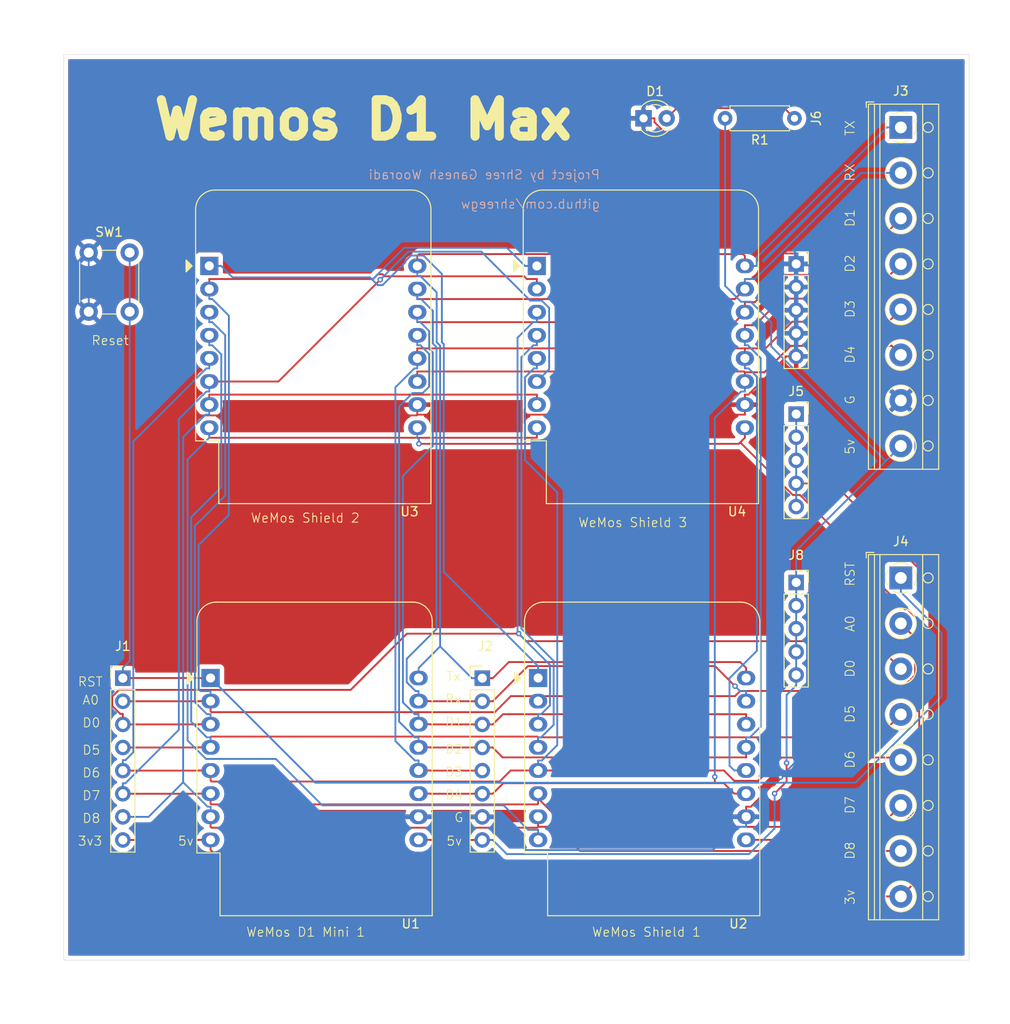
<source format=kicad_pcb>
(kicad_pcb (version 20240108) (generator "pcbnew") (generator_version "8.0")
  (layers (0 "F.Cu" signal) (31 "B.Cu" signal) (34 "B.Paste" user) (35 "F.Paste" user) (36 "B.SilkS" user "B.Silkscreen") (37 "F.SilkS" user "F.Silkscreen") (38 "B.Mask" user) (39 "F.Mask" user) (44 "Edge.Cuts" user))
  (net 0 "")
  (net 1 "Net-(D1-A)")
  (net 2 "GND")
  (net 3 "Net-(J1-Pin_2)")
  (net 4 "Net-(J1-Pin_6)")
  (net 5 "Net-(J1-Pin_3)")
  (net 6 "Net-(J1-Pin_5)")
  (net 7 "Net-(J1-Pin_4)")
  (net 8 "Net-(J1-Pin_1)")
  (net 9 "Net-(J1-Pin_8)")
  (net 10 "Net-(J1-Pin_7)")
  (net 11 "Net-(J2-Pin_5)")
  (net 12 "Net-(J2-Pin_1)")
  (net 13 "Net-(J2-Pin_6)")
  (net 14 "Net-(J2-Pin_4)")
  (net 15 "Net-(J2-Pin_3)")
  (net 16 "Net-(J2-Pin_2)")
  (net 17 "Net-(J2-Pin_8)")
  (net 18 "Net-(U2-5V)")
  (net 19 "Net-(U2-3V3)")
  (net 20 "Net-(U2-~{RST})")
  (footprint "Connector_PinSocket_2.54mm:PinSocket_1x05_P2.54mm_Vertical" (layer "F.Cu") (at 181.5 111)
    (property "Reference" "J8")
    (property "Value" "Conn_01x05_Pin - 5v")
  )
  (footprint "Module:WEMOS_D1_mini_light" (layer "F.Cu") (at 153 76.22)
    (property "Reference" "U4")
    (property "Value" "WeMos_D1_mini")
  )
  (footprint "Module:WEMOS_D1_mini_light" (layer "F.Cu") (at 117.14 121.5)
    (property "Reference" "U1")
    (property "Value" "WeMos_D1_mini")
  )
  (footprint "Resistor_THT:R_Axial_DIN0207_L6.3mm_D2.5mm_P7.62mm_Horizontal" (layer "F.Cu") (at 181.31 60 180)
    (property "Reference" "R1")
    (property "Value" "R")
  )
  (footprint "TerminalBlock_RND:TerminalBlock_RND_205-00018_1x08_P5.00mm_Horizontal" (layer "F.Cu") (at 193 110.5 -90)
    (property "Reference" "J4")
    (property "Value" "Conn_01x08_Pin - L")
  )
  (footprint "TerminalBlock_RND:TerminalBlock_RND_205-00018_1x08_P5.00mm_Horizontal" (layer "F.Cu") (at 193 61 -90)
    (property "Reference" "J3")
    (property "Value" "Conn_01x08_Pin - R")
  )
  (footprint "Module:WEMOS_D1_mini_light" (layer "F.Cu") (at 153.14 121.5)
    (property "Reference" "U2")
    (property "Value" "WeMos_D1_mini")
  )
  (footprint "Connector_PinHeader_2.54mm:PinHeader_1x08_P2.54mm_Vertical" (layer "F.Cu") (at 147 121.515)
    (property "Reference" "J2")
    (property "Value" "Conn_01x08_Pin - R")
  )
  (footprint "Module:WEMOS_D1_mini_light" (layer "F.Cu") (at 117 76.22)
    (property "Reference" "U3")
    (property "Value" "WeMos_D1_mini")
  )
  (footprint "Connector_PinHeader_2.54mm:PinHeader_1x08_P2.54mm_Vertical" (layer "F.Cu") (at 107.5 121.515)
    (property "Reference" "J1")
    (property "Value" "Conn_01x08_Pin - L")
  )
  (footprint "Button_Switch_THT:SW_PUSH_6mm_H5mm" (layer "F.Cu") (at 103.75 81.25 90)
    (property "Reference" "SW1")
    (property "Value" "SW_Push")
  )
  (footprint "Connector_PinSocket_2.54mm:PinSocket_1x05_P2.54mm_Vertical" (layer "F.Cu") (at 181.5 76)
    (property "Reference" "J6")
    (property "Value" "Conn_01x05_Pin - G")
  )
  (footprint "Connector_PinSocket_2.54mm:PinSocket_1x05_P2.54mm_Vertical" (layer "F.Cu") (at 181.5 92.5)
    (property "Reference" "J5")
    (property "Value" "Conn_01x05_Pin - 3.3v")
  )
  (footprint "LED_THT:LED_D3.0mm" (layer "F.Cu") (at 164.725 60)
    (property "Reference" "D1")
    (property "Value" "LED")
  )
  (gr_rect (start 101 53) (end 200.5 152.5) (stroke (width 0.05)) (fill none) (layer "Edge.Cuts"))
  (gr_text "Project by Shree Ganesh Wooradi		\n\ngithub.com/shreegw" (at 160 70 0) (layer "B.SilkS") (effects (font (size 1 1) (thickness 0.1)) (justify left bottom mirror)))
  (gr_text "Tx" (at 143 121.904037 0) (layer "F.SilkS") (effects (font (size 1 1) (thickness 0.1)) (justify left bottom)))
  (gr_text "D8" (at 188 141.5 90) (layer "F.SilkS") (effects (font (size 1 1) (thickness 0.1)) (justify left bottom)))
  (gr_text "TX" (at 188 62 90) (layer "F.SilkS") (effects (font (size 1 1) (thickness 0.1)) (justify left bottom)))
  (gr_text "D4" (at 142.86389 134.904037 0) (layer "F.SilkS") (effects (font (size 1 1) (thickness 0.1)) (justify left bottom)))
  (gr_text "D6" (at 188 131.5 90) (layer "F.SilkS") (effects (font (size 1 1) (thickness 0.1)) (justify left bottom)))
  (gr_text "D0" (at 103 127 0) (layer "F.SilkS") (effects (font (size 1 1) (thickness 0.1)) (justify left bottom)))
  (gr_text "WeMos D1 Mini 1" (at 121 150 0) (layer "F.SilkS") (effects (font (size 1 1) (thickness 0.1)) (justify left bottom)))
  (gr_text "RST" (at 102.5 122.5 0) (layer "F.SilkS") (effects (font (size 1 1) (thickness 0.1)) (justify left bottom)))
  (gr_text "D8" (at 103 137.5 0) (layer "F.SilkS") (effects (font (size 1 1) (thickness 0.1)) (justify left bottom)))
  (gr_text "WeMos Shield 2" (at 121.5 104.5 0) (layer "F.SilkS") (effects (font (size 1 1) (thickness 0.1)) (justify left bottom)))
  (gr_text "RST" (at 188 111.5 90) (layer "F.SilkS") (effects (font (size 1 1) (thickness 0.1)) (justify left bottom)))
  (gr_text "D5" (at 103 130 0) (layer "F.SilkS") (effects (font (size 1 1) (thickness 0.1)) (justify left bottom)))
  (gr_text "D1" (at 188 72 90) (layer "F.SilkS") (effects (font (size 1 1) (thickness 0.1)) (justify left bottom)))
  (gr_text "G" (at 143.86389 137.404037 0) (layer "F.SilkS") (effects (font (size 1 1) (thickness 0.1)) (justify left bottom)))
  (gr_text "D7" (at 103 135 0) (layer "F.SilkS") (effects (font (size 1 1) (thickness 0.1)) (justify left bottom)))
  (gr_text "Reset" (at 104 85 0) (layer "F.SilkS") (effects (font (size 1 1) (thickness 0.1)) (justify left bottom)))
  (gr_text "3v" (at 188 146.5 90) (layer "F.SilkS") (effects (font (size 1 1) (thickness 0.1)) (justify left bottom)))
  (gr_text "3v3" (at 102.5 140 0) (layer "F.SilkS") (effects (font (size 1 1) (thickness 0.1)) (justify left bottom)))
  (gr_text "WeMos Shield 3" (at 157.5 105 0) (layer "F.SilkS") (effects (font (size 1 1) (thickness 0.1)) (justify left bottom)))
  (gr_text "D1" (at 142.86389 126.904037 0) (layer "F.SilkS") (effects (font (size 1 1) (thickness 0.1)) (justify left bottom)))
  (gr_text "D0" (at 188 121.5 90) (layer "F.SilkS") (effects (font (size 1 1) (thickness 0.1)) (justify left bottom)))
  (gr_text "D2" (at 142.86389 129.904037 0) (layer "F.SilkS") (effects (font (size 1 1) (thickness 0.1)) (justify left bottom)))
  (gr_text "D2" (at 188 77 90) (layer "F.SilkS") (effects (font (size 1 1) (thickness 0.1)) (justify left bottom)))
  (gr_text "5v" (at 143 140 0) (layer "F.SilkS") (effects (font (size 1 1) (thickness 0.1)) (justify left bottom)))
  (gr_text "D4" (at 188 87 90) (layer "F.SilkS") (effects (font (size 1 1) (thickness 0.1)) (justify left bottom)))
  (gr_text "WeMos Shield 1" (at 159 150 0) (layer "F.SilkS") (effects (font (size 1 1) (thickness 0.1)) (justify left bottom)))
  (gr_text "Wemos D1 Max" (at 110.5 62.5 0) (layer "F.SilkS") (effects (font (size 4 4) (thickness 1)) (justify left bottom)))
  (gr_text "D7" (at 188 136.5 90) (layer "F.SilkS") (effects (font (size 1 1) (thickness 0.1)) (justify left bottom)))
  (gr_text "D5" (at 188 126.5 90) (layer "F.SilkS") (effects (font (size 1 1) (thickness 0.1)) (justify left bottom)))
  (gr_text "A0" (at 103 124.5 0) (layer "F.SilkS") (effects (font (size 1 1) (thickness 0.1)) (justify left bottom)))
  (gr_text "Rx" (at 142.86389 124.404037 0) (layer "F.SilkS") (effects (font (size 1 1) (thickness 0.1)) (justify left bottom)))
  (gr_text "G" (at 188 91.5 90) (layer "F.SilkS") (effects (font (size 1 1) (thickness 0.1)) (justify left bottom)))
  (gr_text "D3" (at 188 82 90) (layer "F.SilkS") (effects (font (size 1 1) (thickness 0.1)) (justify left bottom)))
  (gr_text "D3" (at 142.86389 132.404037 0) (layer "F.SilkS") (effects (font (size 1 1) (thickness 0.1)) (justify left bottom)))
  (gr_text "D6" (at 103 132.5 0) (layer "F.SilkS") (effects (font (size 1 1) (thickness 0.1)) (justify left bottom)))
  (gr_text "RX" (at 188 67 90) (layer "F.SilkS") (effects (font (size 1 1) (thickness 0.1)) (justify left bottom)))
  (gr_text "5v" (at 113.5 140 0) (layer "F.SilkS") (effects (font (size 1 1) (thickness 0.1)) (justify left bottom)))
  (gr_text "5v" (at 188 97 90) (layer "F.SilkS") (effects (font (size 1 1) (thickness 0.1)) (justify left bottom)))
  (gr_text "A0" (at 188 116.5 90) (layer "F.SilkS") (effects (font (size 1 1) (thickness 0.1)) (justify left bottom)))
  (segment (start 180.1932 58.8832) (end 181.31 60) (width 0.2) (layer "F.Cu") (net 1))
  (segment (start 167.265 60) (end 168.3818 58.8832) (width 0.2) (layer "F.Cu") (net 1))
  (segment (start 168.3818 58.8832) (end 180.1932 58.8832) (width 0.2) (layer "F.Cu") (net 1))
  (segment (start 139.7749 92.6451) (end 115.1451 92.6451) (width 0.2) (layer "F.Cu") (net 2))
  (segment (start 175.86 91.46) (end 175.86 90.3583) (width 0.2) (layer "F.Cu") (net 2))
  (segment (start 165.9267 60) (end 165.9267 60.4267) (width 0.2) (layer "F.Cu") (net 2))
  (segment (start 176 135.6383) (end 176.5153 135.6383) (width 0.2) (layer "F.Cu") (net 2))
  (segment (start 139.86 92.4608) (end 139.86 92.56) (width 0.2) (layer "F.Cu") (net 2))
  (segment (start 164.725 60) (end 165.9267 60) (width 0.2) (layer "F.Cu") (net 2))
  (segment (start 115.1451 92.6451) (end 103.75 81.25) (width 0.2) (layer "F.Cu") (net 2))
  (segment (start 180.3483 86.2516) (end 176.2416 90.3583) (width 0.2) (layer "F.Cu") (net 2))
  (segment (start 139.86 91.46) (end 139.86 92.4608) (width 0.2) (layer "F.Cu") (net 2))
  (segment (start 176 136.74) (end 176 135.6383) (width 0.2) (layer "F.Cu") (net 2))
  (segment (start 181.5 86.16) (end 180.3483 86.16) (width 0.2) (layer "F.Cu") (net 2))
  (segment (start 139.86 92.56) (end 139.7749 92.6451) (width 0.2) (layer "F.Cu") (net 2))
  (segment (start 147 136.755) (end 141.3167 136.755) (width 0.2) (layer "F.Cu") (net 2))
  (segment (start 180.3483 86.16) (end 180.3483 86.2516) (width 0.2) (layer "F.Cu") (net 2))
  (segment (start 140 136.74) (end 141.3017 136.74) (width 0.2) (layer "F.Cu") (net 2))
  (segment (start 141.3167 136.755) (end 141.3017 136.74) (width 0.2) (layer "F.Cu") (net 2))
  (segment (start 176.2416 90.3583) (end 175.86 90.3583) (width 0.2) (layer "F.Cu") (net 2))
  (segment (start 180.3483 74.8483) (end 181.5 74.8483) (width 0.2) (layer "F.Cu") (net 2))
  (segment (start 165.9267 60.4267) (end 180.3483 74.8483) (width 0.2) (layer "F.Cu") (net 2))
  (segment (start 181.5 76) (end 181.5 74.8483) (width 0.2) (layer "F.Cu") (net 2))
  (segment (start 175.86 91.46) (end 175.86 92.5617) (width 0.2) (layer "F.Cu") (net 2))
  (segment (start 176.5153 135.6383) (end 179.7652 132.3884) (width 0.2) (layer "F.Cu") (net 2))
  (segment (start 139.8617 92.5617) (end 175.86 92.5617) (width 0.2) (layer "F.Cu") (net 2))
  (segment (start 139.86 92.56) (end 139.8617 92.5617) (width 0.2) (layer "F.Cu") (net 2))
  (via (at 179.7652 132.3884) (size 0.6) (drill 0.3) (layers "F.Cu" "B.Cu") (net 2))
  (segment (start 181.5 86.16) (end 188.16 86.16) (width 0.2) (layer "B.Cu") (net 2))
  (segment (start 193 91) (end 194.6003 92.6003) (width 0.2) (layer "B.Cu") (net 2))
  (segment (start 174.8983 137.8417) (end 172.3343 140.4057) (width 0.2) (layer "B.Cu") (net 2))
  (segment (start 181.5 83.62) (end 181.5 81.08) (width 0.2) (layer "B.Cu") (net 2))
  (segment (start 147 136.755) (end 148.1517 136.755) (width 0.2) (layer "B.Cu") (net 2))
  (segment (start 176 137.8417) (end 174.8983 137.8417) (width 0.2) (layer "B.Cu") (net 2))
  (segment (start 181.5 78.54) (end 181.5 76) (width 0.2) (layer "B.Cu") (net 2))
  (segment (start 194.6003 100.3939) (end 182.6904 112.3038) (width 0.2) (layer "B.Cu") (net 2))
  (segment (start 176 136.74) (end 176 137.8417) (width 0.2) (layer "B.Cu") (net 2))
  (segment (start 188.16 86.16) (end 193 91) (width 0.2) (layer "B.Cu") (net 2))
  (segment (start 182.6904 112.3038) (end 182.6904 129.4632) (width 0.2) (layer "B.Cu") (net 2))
  (segment (start 172.3343 140.4057) (end 151.8024 140.4057) (width 0.2) (layer "B.Cu") (net 2))
  (segment (start 181.5 81.08) (end 181.5 78.54) (width 0.2) (layer "B.Cu") (net 2))
  (segment (start 182.6904 129.4632) (end 179.7652 132.3884) (width 0.2) (layer "B.Cu") (net 2))
  (segment (start 194.6003 92.6003) (end 194.6003 100.3939) (width 0.2) (layer "B.Cu") (net 2))
  (segment (start 181.5 86.16) (end 181.5 83.62) (width 0.2) (layer "B.Cu") (net 2))
  (segment (start 103.75 74.75) (end 103.75 81.25) (width 0.2) (layer "B.Cu") (net 2))
  (segment (start 151.8024 140.4057) (end 148.1517 136.755) (width 0.2) (layer "B.Cu") (net 2))
  (segment (start 153 77.6583) (end 151.8983 77.6583) (width 0.2) (layer "F.Cu") (net 3))
  (segment (start 136.0342 77.1309) (end 135.5355 77.1309) (width 0.2) (layer "F.Cu") (net 3))
  (segment (start 107.5 124.055) (end 115.8233 124.055) (width 0.2) (layer "F.Cu") (net 3))
  (segment (start 117.14 124.04) (end 117.14 125.1417) (width 0.2) (layer "F.Cu") (net 3))
  (segment (start 174.7722 123.4891) (end 153.14 123.4891) (width 0.2) (layer "F.Cu") (net 3))
  (segment (start 194.574 117.074) (end 194.574 121.1674) (width 0.2) (layer "F.Cu") (net 3))
  (segment (start 150.1423 123.4891) (end 153.14 123.4891) (width 0.2) (layer "F.Cu") (net 3))
  (segment (start 117.14 125.1417) (end 117.2512 125.2529) (width 0.2) (layer "F.Cu") (net 3))
  (segment (start 153.14 124.04) (end 153.14 123.4891) (width 0.2) (layer "F.Cu") (net 3))
  (segment (start 153 78.76) (end 153 77.6583) (width 0.2) (layer "F.Cu") (net 3))
  (segment (start 117.14 124.04) (end 115.8383 124.04) (width 0.2) (layer "F.Cu") (net 3))
  (segment (start 136.2644 77.3611) (end 136.0342 77.1309) (width 0.2) (layer "F.Cu") (net 3))
  (segment (start 117 78.76) (end 117 77.6583) (width 0.2) (layer "F.Cu") (net 3))
  (segment (start 117.2512 125.2529) (end 148.3785 125.2529) (width 0.2) (layer "F.Cu") (net 3))
  (segment (start 194.574 121.1674) (end 192.819 122.9224) (width 0.2) (layer "F.Cu") (net 3))
  (segment (start 151.8983 77.6583) (end 151.6011 77.3611) (width 0.2) (layer "F.Cu") (net 3))
  (segment (start 151.6011 77.3611) (end 136.2644 77.3611) (width 0.2) (layer "F.Cu") (net 3))
  (segment (start 135.5355 77.1309) (end 135.0081 77.6583) (width 0.2) (layer "F.Cu") (net 3))
  (segment (start 192.819 122.9224) (end 175.3389 122.9224) (width 0.2) (layer "F.Cu") (net 3))
  (segment (start 115.8233 124.055) (end 115.8383 124.04) (width 0.2) (layer "F.Cu") (net 3))
  (segment (start 135.0081 77.6583) (end 117 77.6583) (width 0.2) (layer "F.Cu") (net 3))
  (segment (start 193 115.5) (end 194.574 117.074) (width 0.2) (layer "F.Cu") (net 3))
  (segment (start 175.3389 122.9224) (end 174.7722 123.4891) (width 0.2) (layer "F.Cu") (net 3))
  (segment (start 148.3785 125.2529) (end 150.1423 123.4891) (width 0.2) (layer "F.Cu") (net 3))
  (segment (start 115.8383 106.8893) (end 119.151 103.5766) (width 0.2) (layer "B.Cu") (net 3))
  (segment (start 119.151 81.6844) (end 117.3283 79.8617) (width 0.2) (layer "B.Cu") (net 3))
  (segment (start 117.3283 79.8617) (end 117 79.8617) (width 0.2) (layer "B.Cu") (net 3))
  (segment (start 115.8383 122.7383) (end 115.8383 106.8893) (width 0.2) (layer "B.Cu") (net 3))
  (segment (start 119.151 103.5766) (end 119.151 81.6844) (width 0.2) (layer "B.Cu") (net 3))
  (segment (start 117 78.76) (end 117 79.8617) (width 0.2) (layer "B.Cu") (net 3))
  (segment (start 117.14 124.04) (end 117.14 122.9383) (width 0.2) (layer "B.Cu") (net 3))
  (segment (start 116.0383 122.9383) (end 115.8383 122.7383) (width 0.2) (layer "B.Cu") (net 3))
  (segment (start 117.14 122.9383) (end 116.0383 122.9383) (width 0.2) (layer "B.Cu") (net 3))
  (segment (start 117.14 134.2) (end 117.14 135.3017) (width 0.2) (layer "F.Cu") (net 4))
  (segment (start 153.14 134.7336) (end 156.2595 137.8531) (width 0.2) (layer "F.Cu") (net 4))
  (segment (start 117.14 134.2) (end 115.8383 134.2) (width 0.2) (layer "F.Cu") (net 4))
  (segment (start 153.0559 135.3858) (end 117.2241 135.3858) (width 0.2) (layer "F.Cu") (net 4))
  (segment (start 156.2595 137.8531) (end 190.6469 137.8531) (width 0.2) (layer "F.Cu") (net 4))
  (segment (start 107.5 134.215) (end 115.8233 134.215) (width 0.2) (layer "F.Cu") (net 4))
  (segment (start 153.14 134.2) (end 153.14 134.7336) (width 0.2) (layer "F.Cu") (net 4))
  (segment (start 190.6469 137.8531) (end 193 135.5) (width 0.2) (layer "F.Cu") (net 4))
  (segment (start 117 88.92) (end 124.5976 88.92) (width 0.2) (layer "F.Cu") (net 4))
  (segment (start 117.2241 135.3858) (end 117.14 135.3017) (width 0.2) (layer "F.Cu") (net 4))
  (segment (start 153.14 134.7336) (end 153.14 135.3017) (width 0.2) (layer "F.Cu") (net 4))
  (segment (start 153.14 135.3017) (end 153.0559 135.3858) (width 0.2) (layer "F.Cu") (net 4))
  (segment (start 115.8233 134.215) (end 115.8383 134.2) (width 0.2) (layer "F.Cu") (net 4))
  (segment (start 124.5976 88.92) (end 135.785 77.7326) (width 0.2) (layer "F.Cu") (net 4))
  (via (at 135.785 77.7326) (size 0.6) (drill 0.3) (layers "F.Cu" "B.Cu") (net 4))
  (segment (start 107.5 134.215) (end 107.5 133.0633) (width 0.2) (layer "B.Cu") (net 4))
  (segment (start 138.867 74.6506) (end 146.8906 74.6506) (width 0.2) (layer "B.Cu") (net 4))
  (segment (start 107.5 133.0633) (end 107.7879 133.0633) (width 0.2) (layer "B.Cu") (net 4))
  (segment (start 113.6523 93.0471) (end 116.6777 90.0217) (width 0.2) (layer "B.Cu") (net 4))
  (segment (start 153.5389 80.03) (end 154.3518 80.8429) (width 0.2) (layer "B.Cu") (net 4))
  (segment (start 113.6523 127.1989) (end 113.6523 93.0471) (width 0.2) (layer "B.Cu") (net 4))
  (segment (start 117 88.92) (end 117 90.0217) (width 0.2) (layer "B.Cu") (net 4))
  (segment (start 154.3518 80.8429) (end 154.3518 87.5682) (width 0.2) (layer "B.Cu") (net 4))
  (segment (start 146.8906 74.6506) (end 152.27 80.03) (width 0.2) (layer "B.Cu") (net 4))
  (segment (start 135.785 77.7326) (end 138.867 74.6506) (width 0.2) (layer "B.Cu") (net 4))
  (segment (start 107.7879 133.0633) (end 113.6523 127.1989) (width 0.2) (layer "B.Cu") (net 4))
  (segment (start 152.27 80.03) (end 153.5389 80.03) (width 0.2) (layer "B.Cu") (net 4))
  (segment (start 154.3518 87.5682) (end 153 88.92) (width 0.2) (layer "B.Cu") (net 4))
  (segment (start 116.6777 90.0217) (end 117 90.0217) (width 0.2) (layer "B.Cu") (net 4))
  (segment (start 107.5 125.4433) (end 107.2121 125.4433) (width 0.2) (layer "F.Cu") (net 5))
  (segment (start 106.3358 124.567) (end 106.3358 123.5352) (width 0.2) (layer "F.Cu") (net 5))
  (segment (start 107.5 126.595) (end 107.5 125.4433) (width 0.2) (layer "F.Cu") (net 5))
  (segment (start 138.7214 116.6244) (end 151.003 116.6244) (width 0.2) (layer "F.Cu") (net 5))
  (segment (start 189.9519 117.4519) (end 193 120.5) (width 0.2) (layer "F.Cu") (net 5))
  (segment (start 115.8233 126.595) (end 107.5 126.595) (width 0.2) (layer "F.Cu") (net 5))
  (segment (start 151.003 116.6244) (end 151.8305 117.4519) (width 0.2) (layer "F.Cu") (net 5))
  (segment (start 115.8383 126.58) (end 115.8233 126.595) (width 0.2) (layer "F.Cu") (net 5))
  (segment (start 117.14 126.58) (end 115.8383 126.58) (width 0.2) (layer "F.Cu") (net 5))
  (segment (start 107.2121 125.4433) (end 106.3358 124.567) (width 0.2) (layer "F.Cu") (net 5))
  (segment (start 107.0693 122.8017) (end 132.5441 122.8017) (width 0.2) (layer "F.Cu") (net 5))
  (segment (start 151.8305 117.4519) (end 189.9519 117.4519) (width 0.2) (layer "F.Cu") (net 5))
  (segment (start 106.3358 123.5352) (end 107.0693 122.8017) (width 0.2) (layer "F.Cu") (net 5))
  (segment (start 132.5441 122.8017) (end 138.7214 116.6244) (width 0.2) (layer "F.Cu") (net 5))
  (via (at 151.003 116.6244) (size 0.6) (drill 0.3) (layers "F.Cu" "B.Cu") (net 5))
  (segment (start 151.003 116.6244) (end 154.4417 120.0631) (width 0.2) (layer "B.Cu") (net 5))
  (segment (start 118.7493 101.4565) (end 118.7493 83.8227) (width 0.2) (layer "B.Cu") (net 5))
  (segment (start 115.4171 104.7887) (end 118.7493 101.4565) (width 0.2) (layer "B.Cu") (net 5))
  (segment (start 118.7493 83.8227) (end 117.3283 82.4017) (width 0.2) (layer "B.Cu") (net 5))
  (segment (start 154.4417 124.5049) (end 153.4683 125.4783) (width 0.2) (layer "B.Cu") (net 5))
  (segment (start 153.14 126.58) (end 153.14 125.4783) (width 0.2) (layer "B.Cu") (net 5))
  (segment (start 115.4171 124.1494) (end 115.4171 104.7887) (width 0.2) (layer "B.Cu") (net 5))
  (segment (start 117.14 125.4783) (end 116.746 125.4783) (width 0.2) (layer "B.Cu") (net 5))
  (segment (start 150.8755 84.1131) (end 150.8755 116.4969) (width 0.2) (layer "B.Cu") (net 5))
  (segment (start 116.746 125.4783) (end 115.4171 124.1494) (width 0.2) (layer "B.Cu") (net 5))
  (segment (start 117.14 126.58) (end 117.14 125.4783) (width 0.2) (layer "B.Cu") (net 5))
  (segment (start 154.4417 120.0631) (end 154.4417 124.5049) (width 0.2) (layer "B.Cu") (net 5))
  (segment (start 150.8755 116.4969) (end 151.003 116.6244) (width 0.2) (layer "B.Cu") (net 5))
  (segment (start 117.3283 82.4017) (end 117 82.4017) (width 0.2) (layer "B.Cu") (net 5))
  (segment (start 153.4683 125.4783) (end 153.14 125.4783) (width 0.2) (layer "B.Cu") (net 5))
  (segment (start 117 81.3) (end 117 82.4017) (width 0.2) (layer "B.Cu") (net 5))
  (segment (start 153 81.3) (end 153 82.4017) (width 0.2) (layer "B.Cu") (net 5))
  (segment (start 153 82.4017) (end 152.5869 82.4017) (width 0.2) (layer "B.Cu") (net 5))
  (segment (start 152.5869 82.4017) (end 150.8755 84.1131) (width 0.2) (layer "B.Cu") (net 5))
  (segment (start 148.9082 132.8727) (end 150.1208 131.6601) (width 0.2) (layer "F.Cu") (net 6))
  (segment (start 177.3196 132.7971) (end 174.6871 132.7971) (width 0.2) (layer "F.Cu") (net 6))
  (segment (start 117.14 131.66) (end 115.8383 131.66) (width 0.2) (layer "F.Cu") (net 6))
  (segment (start 153.14 131.66) (end 154.4417 131.66) (width 0.2) (layer "F.Cu") (net 6))
  (segment (start 174.6871 132.7971) (end 173.55 131.66) (width 0.2) (layer "F.Cu") (net 6))
  (segment (start 192.7364 130.2364) (end 179.8803 130.2364) (width 0.2) (layer "F.Cu") (net 6))
  (segment (start 117.14 132.7617) (end 117.251 132.8727) (width 0.2) (layer "F.Cu") (net 6))
  (segment (start 115.8233 131.675) (end 115.8383 131.66) (width 0.2) (layer "F.Cu") (net 6))
  (segment (start 117.14 131.66) (end 117.14 132.7617) (width 0.2) (layer "F.Cu") (net 6))
  (segment (start 153.14 131.66) (end 151.8383 131.66) (width 0.2) (layer "F.Cu") (net 6))
  (segment (start 173.55 131.66) (end 154.4417 131.66) (width 0.2) (layer "F.Cu") (net 6))
  (segment (start 107.5 131.675) (end 115.8233 131.675) (width 0.2) (layer "F.Cu") (net 6))
  (segment (start 151.8383 131.6601) (end 151.8383 131.66) (width 0.2) (layer "F.Cu") (net 6))
  (segment (start 150.1208 131.6601) (end 151.8383 131.6601) (width 0.2) (layer "F.Cu") (net 6))
  (segment (start 179.8803 130.2364) (end 177.3196 132.7971) (width 0.2) (layer "F.Cu") (net 6))
  (segment (start 117.251 132.8727) (end 148.9082 132.8727) (width 0.2) (layer "F.Cu") (net 6))
  (segment (start 193 130.5) (end 192.7364 130.2364) (width 0.2) (layer "F.Cu") (net 6))
  (segment (start 116.6717 87.4817) (end 117 87.4817) (width 0.2) (layer "B.Cu") (net 6))
  (segment (start 152.6717 87.4817) (end 151.6983 88.4551) (width 0.2) (layer "B.Cu") (net 6))
  (segment (start 151.6983 97.5623) (end 155.2451 101.1091) (width 0.2) (layer "B.Cu") (net 6))
  (segment (start 155.2451 101.1091) (end 155.2451 128.8663) (width 0.2) (layer "B.Cu") (net 6))
  (segment (start 108.6517 95.5017) (end 116.6717 87.4817) (width 0.2) (layer "B.Cu") (net 6))
  (segment (start 155.2451 128.8663) (end 153.5531 130.5583) (width 0.2) (layer "B.Cu") (net 6))
  (segment (start 153.5531 130.5583) (end 153.14 130.5583) (width 0.2) (layer "B.Cu") (net 6))
  (segment (start 107.5 131.675) (end 107.5 130.5233) (width 0.2) (layer "B.Cu") (net 6))
  (segment (start 153 87.4817) (end 152.6717 87.4817) (width 0.2) (layer "B.Cu") (net 6))
  (segment (start 117 86.38) (end 117 87.4817) (width 0.2) (layer "B.Cu") (net 6))
  (segment (start 153.14 131.66) (end 153.14 130.5583) (width 0.2) (layer "B.Cu") (net 6))
  (segment (start 153 86.38) (end 153 87.4817) (width 0.2) (layer "B.Cu") (net 6))
  (segment (start 151.6983 88.4551) (end 151.6983 97.5623) (width 0.2) (layer "B.Cu") (net 6))
  (segment (start 108.6517 129.6596) (end 108.6517 95.5017) (width 0.2) (layer "B.Cu") (net 6))
  (segment (start 107.788 130.5233) (end 108.6517 129.6596) (width 0.2) (layer "B.Cu") (net 6))
  (segment (start 107.5 130.5233) (end 107.788 130.5233) (width 0.2) (layer "B.Cu") (net 6))
  (segment (start 153.0558 127.9341) (end 117.2242 127.9341) (width 0.2) (layer "F.Cu") (net 7))
  (segment (start 117.2242 127.9341) (end 117.14 128.0183) (width 0.2) (layer "F.Cu") (net 7))
  (segment (start 153.14 128.0183) (end 153.0558 127.9341) (width 0.2) (layer "F.Cu") (net 7))
  (segment (start 115.8233 129.135) (end 115.8383 129.12) (width 0.2) (layer "F.Cu") (net 7))
  (segment (start 190.4817 128.0183) (end 153.14 128.0183) (width 0.2) (layer "F.Cu") (net 7))
  (segment (start 117.14 129.12) (end 115.8383 129.12) (width 0.2) (layer "F.Cu") (net 7))
  (segment (start 193 125.5) (end 190.4817 128.0183) (width 0.2) (layer "F.Cu") (net 7))
  (segment (start 117.14 129.12) (end 117.14 128.0183) (width 0.2) (layer "F.Cu") (net 7))
  (segment (start 153.14 128.1016) (end 153.14 128.0183) (width 0.2) (layer "F.Cu") (net 7))
  (segment (start 107.5 129.135) (end 115.8233 129.135) (width 0.2) (layer "F.Cu") (net 7))
  (segment (start 153.14 129.12) (end 153.14 128.1016) (width 0.2) (layer "F.Cu") (net 7))
  (segment (start 117.3283 84.9417) (end 118.3181 85.9315) (width 0.2) (layer "B.Cu") (net 7))
  (segment (start 153.4683 128.0183) (end 153.14 128.0183) (width 0.2) (layer "B.Cu") (net 7))
  (segment (start 115.0154 126.3068) (end 116.7269 128.0183) (width 0.2) (layer "B.Cu") (net 7))
  (segment (start 152.6199 84.9417) (end 151.2966 86.265) (width 0.2) (layer "B.Cu") (net 7))
  (segment (start 115.0154 103.8316) (end 115.0154 126.3068) (width 0.2) (layer "B.Cu") (net 7))
  (segment (start 118.3181 100.5289) (end 115.0154 103.8316) (width 0.2) (layer "B.Cu") (net 7))
  (segment (start 154.8434 119.6139) (end 154.8434 126.6432) (width 0.2) (layer "B.Cu") (net 7))
  (segment (start 153.14 129.12) (end 153.14 128.0183) (width 0.2) (layer "B.Cu") (net 7))
  (segment (start 117 84.9417) (end 117.3283 84.9417) (width 0.2) (layer "B.Cu") (net 7))
  (segment (start 118.3181 85.9315) (end 118.3181 100.5289) (width 0.2) (layer "B.Cu") (net 7))
  (segment (start 154.8434 126.6432) (end 153.4683 128.0183) (width 0.2) (layer "B.Cu") (net 7))
  (segment (start 151.2966 116.0671) (end 154.8434 119.6139) (width 0.2) (layer "B.Cu") (net 7))
  (segment (start 151.2966 86.265) (end 151.2966 116.0671) (width 0.2) (layer "B.Cu") (net 7))
  (segment (start 153 83.84) (end 153 84.9417) (width 0.2) (layer "B.Cu") (net 7))
  (segment (start 116.7269 128.0183) (end 117.14 128.0183) (width 0.2) (layer "B.Cu") (net 7))
  (segment (start 117.14 129.12) (end 117.14 128.0183) (width 0.2) (layer "B.Cu") (net 7))
  (segment (start 117 83.84) (end 117 84.9417) (width 0.2) (layer "B.Cu") (net 7))
  (segment (start 153 84.9417) (end 152.6199 84.9417) (width 0.2) (layer "B.Cu") (net 7))
  (segment (start 108.6667 121.5) (end 108.6517 121.515) (width 0.2) (layer "F.Cu") (net 8))
  (segment (start 107.5 121.515) (end 108.6517 121.515) (width 0.2) (layer "F.Cu") (net 8))
  (segment (start 117.14 121.5) (end 108.6667 121.5) (width 0.2) (layer "F.Cu") (net 8))
  (segment (start 197.4688 123.5312) (end 197.4688 116.5205) (width 0.2) (layer "B.Cu") (net 8))
  (segment (start 108.25 81.25) (end 108.25 119.6133) (width 0.2) (layer "B.Cu") (net 8))
  (segment (start 108.25 119.6133) (end 107.5 120.3633) (width 0.2) (layer "B.Cu") (net 8))
  (segment (start 107.5 121.515) (end 107.5 120.3633) (width 0.2) (layer "B.Cu") (net 8))
  (segment (start 193 110.5) (end 193 112.0517) (width 0.2) (layer "B.Cu") (net 8))
  (segment (start 128.64 133) (end 188 133) (width 0.2) (layer "B.Cu") (net 8))
  (segment (start 188 133) (end 197.4688 123.5312) (width 0.2) (layer "B.Cu") (net 8))
  (segment (start 197.4688 116.5205) (end 193 112.0517) (width 0.2) (layer "B.Cu") (net 8))
  (segment (start 108.25 81.25) (end 108.25 74.75) (width 0.2) (layer "B.Cu") (net 8))
  (segment (start 117.14 121.5) (end 128.64 133) (width 0.2) (layer "B.Cu") (net 8))
  (segment (start 117.14 140.3817) (end 122.2583 145.5) (width 0.2) (layer "F.Cu") (net 9))
  (segment (start 115.8233 139.295) (end 115.8383 139.28) (width 0.2) (layer "F.Cu") (net 9))
  (segment (start 195.4286 109.9309) (end 185.6177 100.12) (width 0.2) (layer "F.Cu") (net 9))
  (segment (start 195.4286 143.0714) (end 195.4286 109.9309) (width 0.2) (layer "F.Cu") (net 9))
  (segment (start 193 145.5) (end 195.4286 143.0714) (width 0.2) (layer "F.Cu") (net 9))
  (segment (start 185.6177 100.12) (end 181.5 100.12) (width 0.2) (layer "F.Cu") (net 9))
  (segment (start 122.2583 145.5) (end 193 145.5) (width 0.2) (layer "F.Cu") (net 9))
  (segment (start 107.5 139.295) (end 115.8233 139.295) (width 0.2) (layer "F.Cu") (net 9))
  (segment (start 117.14 139.28) (end 115.8383 139.28) (width 0.2) (layer "F.Cu") (net 9))
  (segment (start 117.14 139.28) (end 117.14 140.3817) (width 0.2) (layer "F.Cu") (net 9))
  (segment (start 181.5 102.66) (end 181.5 100.12) (width 0.2) (layer "B.Cu") (net 9))
  (segment (start 181.5 100.12) (end 181.5 97.58) (width 0.2) (layer "B.Cu") (net 9))
  (segment (start 181.5 97.58) (end 181.5 95.04) (width 0.2) (layer "B.Cu") (net 9))
  (segment (start 181.5 95.04) (end 181.5 92.5) (width 0.2) (layer "B.Cu") (net 9))
  (segment (start 155.0849 137.8417) (end 157.7432 140.5) (width 0.2) (layer "F.Cu") (net 10))
  (segment (start 117.14 137.8417) (end 117.243 137.9447) (width 0.2) (layer "F.Cu") (net 10))
  (segment (start 157.7432 140.5) (end 193 140.5) (width 0.2) (layer "F.Cu") (net 10))
  (segment (start 153.14 136.74) (end 153.14 137.8417) (width 0.2) (layer "F.Cu") (net 10))
  (segment (start 153.037 137.9447) (end 153.14 137.8417) (width 0.2) (layer "F.Cu") (net 10))
  (segment (start 153 91.46) (end 153 90.3583) (width 0.2) (layer "F.Cu") (net 10))
  (segment (start 117 90.3583) (end 153 90.3583) (width 0.2) (layer "F.Cu") (net 10))
  (segment (start 153.14 137.8417) (end 155.0849 137.8417) (width 0.2) (layer "F.Cu") (net 10))
  (segment (start 117.14 136.74) (end 117.14 137.8417) (width 0.2) (layer "F.Cu") (net 10))
  (segment (start 117 91.46) (end 117 90.3583) (width 0.2) (layer "F.Cu") (net 10))
  (segment (start 117.243 137.9447) (end 153.037 137.9447) (width 0.2) (layer "F.Cu") (net 10))
  (segment (start 110.327 136.755) (end 114.1292 132.9528) (width 0.2) (layer "B.Cu") (net 10))
  (segment (start 114.1292 132.9528) (end 114.1292 95.0194) (width 0.2) (layer "B.Cu") (net 10))
  (segment (start 117.14 136.74) (end 117.14 135.6383) (width 0.2) (layer "B.Cu") (net 10))
  (segment (start 114.1292 95.0194) (end 116.5869 92.5617) (width 0.2) (layer "B.Cu") (net 10))
  (segment (start 116.5869 92.5617) (end 117 92.5617) (width 0.2) (layer "B.Cu") (net 10))
  (segment (start 114.1292 132.9528) (end 116.8147 135.6383) (width 0.2) (layer "B.Cu") (net 10))
  (segment (start 117 91.46) (end 117 92.5617) (width 0.2) (layer "B.Cu") (net 10))
  (segment (start 116.8147 135.6383) (end 117.14 135.6383) (width 0.2) (layer "B.Cu") (net 10))
  (segment (start 107.5 136.755) (end 110.327 136.755) (width 0.2) (layer "B.Cu") (net 10))
  (segment (start 175.86 86.38) (end 175.86 85.2783) (width 0.2) (layer "F.Cu") (net 11))
  (segment (start 139.86 86.38) (end 139.86 85.2783) (width 0.2) (layer "F.Cu") (net 11))
  (segment (start 141.3167 131.675) (end 147 131.675) (width 0.2) (layer "F.Cu") (net 11))
  (segment (start 139.86 85.2783) (end 175.86 85.2783) (width 0.2) (layer "F.Cu") (net 11))
  (segment (start 141.3017 131.66) (end 141.3167 131.675) (width 0.2) (layer "F.Cu") (net 11))
  (segment (start 191.65 82.35) (end 181.0637 82.35) (width 0.2) (layer "F.Cu") (net 11))
  (segment (start 178.1354 85.2783) (end 175.86 85.2783) (width 0.2) (layer "F.Cu") (net 11))
  (segment (start 140 131.66) (end 141.3017 131.66) (width 0.2) (layer "F.Cu") (net 11))
  (segment (start 193 81) (end 191.65 82.35) (width 0.2) (layer "F.Cu") (net 11))
  (segment (start 181.0637 82.35) (end 178.1354 85.2783) (width 0.2) (layer "F.Cu") (net 11))
  (segment (start 137.4551 89.5583) (end 139.5317 87.4817) (width 0.2) (layer "B.Cu") (net 11))
  (segment (start 139.86 86.38) (end 139.86 87.4817) (width 0.2) (layer "B.Cu") (net 11))
  (segment (start 176 131.66) (end 174.6983 131.66) (width 0.2) (layer "B.Cu") (net 11))
  (segment (start 175.86 87.4817) (end 176.2731 87.4817) (width 0.2) (layer "B.Cu") (net 11))
  (segment (start 174.1712 131.1329) (end 174.6983 131.66) (width 0.2) (layer "B.Cu") (net 11))
  (segment (start 174.1712 121.5192) (end 174.1712 131.1329) (width 0.2) (layer "B.Cu") (net 11))
  (segment (start 177.1807 118.5097) (end 174.1712 121.5192) (width 0.2) (layer "B.Cu") (net 11))
  (segment (start 139.5317 87.4817) (end 139.86 87.4817) (width 0.2) (layer "B.Cu") (net 11))
  (segment (start 177.1807 88.3893) (end 177.1807 118.5097) (width 0.2) (layer "B.Cu") (net 11))
  (segment (start 140 131.66) (end 140 130.5583) (width 0.2) (layer "B.Cu") (net 11))
  (segment (start 176.2731 87.4817) (end 177.1807 88.3893) (width 0.2) (layer "B.Cu") (net 11))
  (segment (start 175.86 86.38) (end 175.86 87.4817) (width 0.2) (layer "B.Cu") (net 11))
  (segment (start 137.4551 128.4265) (end 137.4551 89.5583) (width 0.2) (layer "B.Cu") (net 11))
  (segment (start 139.5869 130.5583) (end 137.4551 128.4265) (width 0.2) (layer "B.Cu") (net 11))
  (segment (start 140 130.5583) (end 139.5869 130.5583) (width 0.2) (layer "B.Cu") (net 11))
  (segment (start 175.66 74.9183) (end 140.06 74.9183) (width 0.2) (layer "F.Cu") (net 12))
  (segment (start 140.06 74.9183) (end 139.86 75.1183) (width 0.2) (layer "F.Cu") (net 12))
  (segment (start 175.86 75.1183) (end 175.66 74.9183) (width 0.2) (layer "F.Cu") (net 12))
  (segment (start 176 121.5) (end 176 120.3983) (width 0.2) (layer "F.Cu") (net 12))
  (segment (start 139.86 76.22) (end 139.86 75.1183) (width 0.2) (layer "F.Cu") (net 12))
  (segment (start 148.1517 121.515) (end 149.9188 119.7479) (width 0.2) (layer "F.Cu") (net 12))
  (segment (start 175.3496 119.7479) (end 176 120.3983) (width 0.2) (layer "F.Cu") (net 12))
  (segment (start 149.9188 119.7479) (end 175.3496 119.7479) (width 0.2) (layer "F.Cu") (net 12))
  (segment (start 147 121.515) (end 148.1517 121.515) (width 0.2) (layer "F.Cu") (net 12))
  (segment (start 175.86 76.22) (end 175.86 75.1183) (width 0.2) (layer "F.Cu") (net 12))
  (segment (start 140.1883 77.3217) (end 139.86 77.3217) (width 0.2) (layer "B.Cu") (net 12))
  (segment (start 139.86 76.22) (end 139.86 77.3217) (width 0.2) (layer "B.Cu") (net 12))
  (segment (start 140 120.3983) (end 142.3695 118.0288) (width 0.2) (layer "B.Cu") (net 12))
  (segment (start 141.9898 84.6012) (end 141.9898 79.1232) (width 0.2) (layer "B.Cu") (net 12))
  (segment (start 145.8483 121.515) (end 145.8483 121.5076) (width 0.2) (layer "B.Cu") (net 12))
  (segment (start 141.9898 79.1232) (end 140.1883 77.3217) (width 0.2) (layer "B.Cu") (net 12))
  (segment (start 175.86 76.22) (end 177.1617 76.22) (width 0.2) (layer "B.Cu") (net 12))
  (segment (start 193 61) (end 191.4483 61) (width 0.2) (layer "B.Cu") (net 12))
  (segment (start 145.8483 121.5076) (end 142.3695 118.0288) (width 0.2) (layer "B.Cu") (net 12))
  (segment (start 191.4483 61) (end 177.1617 75.2866) (width 0.2) (layer "B.Cu") (net 12))
  (segment (start 142.3695 84.9809) (end 141.9898 84.6012) (width 0.2) (layer "B.Cu") (net 12))
  (segment (start 142.3695 118.0288) (end 142.3695 84.9809) (width 0.2) (layer "B.Cu") (net 12))
  (segment (start 177.1617 75.2866) (end 177.1617 76.22) (width 0.2) (layer "B.Cu") (net 12))
  (segment (start 140 121.5) (end 140 120.3983) (width 0.2) (layer "B.Cu") (net 12))
  (segment (start 147 121.515) (end 145.8483 121.515) (width 0.2) (layer "B.Cu") (net 12))
  (segment (start 175.7758 87.8183) (end 175.86 87.9025) (width 0.2) (layer "F.Cu") (net 13))
  (segment (start 178.0056 87.9025) (end 180.9094 84.9987) (width 0.2) (layer "F.Cu") (net 13))
  (segment (start 147 134.215) (end 148.1517 134.215) (width 0.2) (layer "F.Cu") (net 13))
  (segment (start 176 134.2) (end 174.6983 134.2) (width 0.2) (layer "F.Cu") (net 13))
  (segment (start 139.86 87.8183) (end 175.7758 87.8183) (width 0.2) (layer "F.Cu") (net 13))
  (segment (start 149.3105 133.0562) (end 172.5533 133.0562) (width 0.2) (layer "F.Cu") (net 13))
  (segment (start 172.5533 132.3594) (end 172.5533 133.0562) (width 0.2) (layer "F.Cu") (net 13))
  (segment (start 191.9987 84.9987) (end 193 86) (width 0.2) (layer "F.Cu") (net 13))
  (segment (start 141.3017 134.2) (end 141.3167 134.215) (width 0.2) (layer "F.Cu") (net 13))
  (segment (start 139.86 88.92) (end 139.86 87.8183) (width 0.2) (layer "F.Cu") (net 13))
  (segment (start 180.9094 84.9987) (end 191.9987 84.9987) (width 0.2) (layer "F.Cu") (net 13))
  (segment (start 173.5545 133.0562) (end 174.6983 134.2) (width 0.2) (layer "F.Cu") (net 13))
  (segment (start 141.3167 134.215) (end 147 134.215) (width 0.2) (layer "F.Cu") (net 13))
  (segment (start 148.1517 134.215) (end 149.3105 133.0562) (width 0.2) (layer "F.Cu") (net 13))
  (segment (start 175.86 88.92) (end 175.86 87.9191) (width 0.2) (layer "F.Cu") (net 13))
  (segment (start 140 134.2) (end 141.3017 134.2) (width 0.2) (layer "F.Cu") (net 13))
  (segment (start 175.86 87.9025) (end 178.0056 87.9025) (width 0.2) (layer "F.Cu") (net 13))
  (segment (start 172.5533 133.0562) (end 173.5545 133.0562) (width 0.2) (layer "F.Cu") (net 13))
  (segment (start 175.86 87.9191) (end 175.86 87.9025) (width 0.2) (layer "F.Cu") (net 13))
  (via (at 172.5533 132.3594) (size 0.6) (drill 0.3) (layers "F.Cu" "B.Cu") (net 13))
  (segment (start 175.86 90.0217) (end 175.4469 90.0217) (width 0.2) (layer "B.Cu") (net 13))
  (segment (start 172.5533 92.9153) (end 172.5533 132.3594) (width 0.2) (layer "B.Cu") (net 13))
  (segment (start 175.4469 90.0217) (end 172.5533 92.9153) (width 0.2) (layer "B.Cu") (net 13))
  (segment (start 175.86 88.92) (end 175.86 90.0217) (width 0.2) (layer "B.Cu") (net 13))
  (segment (start 189.19 79.81) (end 179.89 79.81) (width 0.2) (layer "F.Cu") (net 14))
  (segment (start 141.3017 129.12) (end 141.3167 129.135) (width 0.2) (layer "F.Cu") (net 14))
  (segment (start 141.3167 129.135) (end 147 129.135) (width 0.2) (layer "F.Cu") (net 14))
  (segment (start 175.86 83.84) (end 175.86 82.7383) (width 0.2) (layer "F.Cu") (net 14))
  (segment (start 176 129.12) (end 176 130.2217) (width 0.2) (layer "F.Cu") (net 14))
  (segment (start 179.89 79.81) (end 176.9617 82.7383) (width 0.2) (layer "F.Cu") (net 14))
  (segment (start 149.2384 130.2217) (end 176 130.2217) (width 0.2) (layer "F.Cu") (net 14))
  (segment (start 176.9617 82.7383) (end 175.86 82.7383) (width 0.2) (layer "F.Cu") (net 14))
  (segment (start 140 129.12) (end 141.3017 129.12) (width 0.2) (layer "F.Cu") (net 14))
  (segment (start 193 76) (end 189.19 79.81) (width 0.2) (layer "F.Cu") (net 14))
  (segment (start 148.1517 129.135) (end 149.2384 130.2217) (width 0.2) (layer "F.Cu") (net 14))
  (segment (start 147 129.135) (end 148.1517 129.135) (width 0.2) (layer "F.Cu") (net 14))
  (segment (start 139.86 84.9417) (end 140.2138 84.9417) (width 0.2) (layer "B.Cu") (net 14))
  (segment (start 176 129.12) (end 176 128.0183) (width 0.2) (layer "B.Cu") (net 14))
  (segment (start 139.3421 90.19) (end 137.8624 91.6697) (width 0.2) (layer "B.Cu") (net 14))
  (segment (start 175.86 83.84) (end 175.86 84.9417) (width 0.2) (layer "B.Cu") (net 14))
  (segment (start 176 128.0183) (end 176.4131 128.0183) (width 0.2) (layer "B.Cu") (net 14))
  (segment (start 176.4131 128.0183) (end 177.5994 126.832) (width 0.2) (layer "B.Cu") (net 14))
  (segment (start 137.8624 126.2938) (end 139.5869 128.0183) (width 0.2) (layer "B.Cu") (net 14))
  (segment (start 141.1629 89.4804) (end 140.4533 90.19) (width 0.2) (layer "B.Cu") (net 14))
  (segment (start 139.86 83.84) (end 139.86 84.9417) (width 0.2) (layer "B.Cu") (net 14))
  (segment (start 137.8624 91.6697) (end 137.8624 126.2938) (width 0.2) (layer "B.Cu") (net 14))
  (segment (start 177.5994 126.832) (end 177.5994 86.3528) (width 0.2) (layer "B.Cu") (net 14))
  (segment (start 139.5869 128.0183) (end 140 128.0183) (width 0.2) (layer "B.Cu") (net 14))
  (segment (start 140.2138 84.9417) (end 141.1629 85.8908) (width 0.2) (layer "B.Cu") (net 14))
  (segment (start 176.1883 84.9417) (end 175.86 84.9417) (width 0.2) (layer "B.Cu") (net 14))
  (segment (start 141.1629 85.8908) (end 141.1629 89.4804) (width 0.2) (layer "B.Cu") (net 14))
  (segment (start 177.5994 86.3528) (end 176.1883 84.9417) (width 0.2) (layer "B.Cu") (net 14))
  (segment (start 140.4533 90.19) (end 139.3421 90.19) (width 0.2) (layer "B.Cu") (net 14))
  (segment (start 140 129.12) (end 140 128.0183) (width 0.2) (layer "B.Cu") (net 14))
  (segment (start 141.3017 126.58) (end 141.3167 126.595) (width 0.2) (layer "F.Cu") (net 15))
  (segment (start 186.79 77.21) (end 179.95 77.21) (width 0.2) (layer "F.Cu") (net 15))
  (segment (start 174.7583 82.4017) (end 175.86 81.3) (width 0.2) (layer "F.Cu") (net 15))
  (segment (start 175.86 81.3) (end 175.86 80.1983) (width 0.2) (layer "F.Cu") (net 15))
  (segment (start 141.3167 126.595) (end 147 126.595) (width 0.2) (layer "F.Cu") (net 15))
  (segment (start 176 126.58) (end 176 125.4783) (width 0.2) (layer "F.Cu") (net 15))
  (segment (start 140 126.58) (end 141.3017 126.58) (width 0.2) (layer "F.Cu") (net 15))
  (segment (start 147 126.595) (end 148.1517 126.595) (width 0.2) (layer "F.Cu") (net 15))
  (segment (start 148.1517 126.595) (end 149.2684 125.4783) (width 0.2) (layer "F.Cu") (net 15))
  (segment (start 179.95 77.21) (end 176.9617 80.1983) (width 0.2) (layer "F.Cu") (net 15))
  (segment (start 139.86 81.3) (end 139.86 82.4017) (width 0.2) (layer "F.Cu") (net 15))
  (segment (start 176.9617 80.1983) (end 175.86 80.1983) (width 0.2) (layer "F.Cu") (net 15))
  (segment (start 139.86 82.4017) (end 174.7583 82.4017) (width 0.2) (layer "F.Cu") (net 15))
  (segment (start 193 71) (end 186.79 77.21) (width 0.2) (layer "F.Cu") (net 15))
  (segment (start 149.2684 125.4783) (end 176 125.4783) (width 0.2) (layer "F.Cu") (net 15))
  (segment (start 140 126.58) (end 140 125.4783) (width 0.2) (layer "B.Cu") (net 15))
  (segment (start 141.5646 96.0079) (end 141.5646 85.7185) (width 0.2) (layer "B.Cu") (net 15))
  (segment (start 141.5646 85.7185) (end 141.1651 85.319) (width 0.2) (layer "B.Cu") (net 15))
  (segment (start 141.1651 83.3785) (end 140.1883 82.4017) (width 0.2) (layer "B.Cu") (net 15))
  (segment (start 138.2794 99.2931) (end 141.5646 96.0079) (width 0.2) (layer "B.Cu") (net 15))
  (segment (start 140 125.4783) (end 139.5869 125.4783) (width 0.2) (layer "B.Cu") (net 15))
  (segment (start 138.2794 124.1708) (end 138.2794 99.2931) (width 0.2) (layer "B.Cu") (net 15))
  (segment (start 141.1651 85.319) (end 141.1651 83.3785) (width 0.2) (layer "B.Cu") (net 15))
  (segment (start 139.5869 125.4783) (end 138.2794 124.1708) (width 0.2) (layer "B.Cu") (net 15))
  (segment (start 140.1883 82.4017) (end 139.86 82.4017) (width 0.2) (layer "B.Cu") (net 15))
  (segment (start 139.86 81.3) (end 139.86 82.4017) (width 0.2) (layer "B.Cu") (net 15))
  (segment (start 147 124.055) (end 148.1517 124.055) (width 0.2) (layer "F.Cu") (net 16))
  (segment (start 141.3017 124.04) (end 141.3167 124.055) (width 0.2) (layer "F.Cu") (net 16))
  (segment (start 148.1517 124.055) (end 152.0147 120.192) (width 0.2) (layer "F.Cu") (net 16))
  (segment (start 139.86 79.8617) (end 174.7583 79.8617) (width 0.2) (layer "F.Cu") (net 16))
  (segment (start 152.0147 120.192) (end 172.5793 120.192) (width 0.2) (layer "F.Cu") (net 16))
  (segment (start 139.86 78.76) (end 139.86 79.8617) (width 0.2) (layer "F.Cu") (net 16))
  (segment (start 140 124.04) (end 141.3017 124.04) (width 0.2) (layer "F.Cu") (net 16))
  (segment (start 141.3167 124.055) (end 147 124.055) (width 0.2) (layer "F.Cu") (net 16))
  (segment (start 174.7583 79.8617) (end 175.86 78.76) (width 0.2) (layer "F.Cu") (net 16))
  (segment (start 172.5793 120.192) (end 174.7795 122.3922) (width 0.2) (layer "F.Cu") (net 16))
  (via (at 174.7795 122.3922) (size 0.6) (drill 0.3) (layers "F.Cu" "B.Cu") (net 16))
  (segment (start 175.86 77.6583) (end 176.9617 77.6583) (width 0.2) (layer "B.Cu") (net 16))
  (segment (start 141.9678 116.12) (end 141.9678 85.1472) (width 0.2) (layer "B.Cu") (net 16))
  (segment (start 175.86 78.76) (end 175.86 77.6583) (width 0.2) (layer "B.Cu") (net 16))
  (segment (start 139.6738 122.9383) (end 138.6964 121.9609) (width 0.2) (layer "B.Cu") (net 16))
  (segment (start 141.5717 81.1603) (end 140.2731 79.8617) (width 0.2) (layer "B.Cu") (net 16))
  (segment (start 175.3256 122.9383) (end 174.7795 122.3922) (width 0.2) (layer "B.Cu") (net 16))
  (segment (start 138.6964 119.3914) (end 141.9678 116.12) (width 0.2) (layer "B.Cu") (net 16))
  (segment (start 140.2731 79.8617) (end 139.86 79.8617) (width 0.2) (layer "B.Cu") (net 16))
  (segment (start 176 122.9383) (end 175.3256 122.9383) (width 0.2) (layer "B.Cu") (net 16))
  (segment (start 141.5717 84.7511) (end 141.5717 81.1603) (width 0.2) (layer "B.Cu") (net 16))
  (segment (start 141.9678 85.1472) (end 141.5717 84.7511) (width 0.2) (layer "B.Cu") (net 16))
  (segment (start 140 122.9383) (end 139.6738 122.9383) (width 0.2) (layer "B.Cu") (net 16))
  (segment (start 188.62 66) (end 193 66) (width 0.2) (layer "B.Cu") (net 16))
  (segment (start 138.6964 121.9609) (end 138.6964 119.3914) (width 0.2) (layer "B.Cu") (net 16))
  (segment (start 176 124.04) (end 176 122.9383) (width 0.2) (layer "B.Cu") (net 16))
  (segment (start 176.9617 77.6583) (end 188.62 66) (width 0.2) (layer "B.Cu") (net 16))
  (segment (start 140 124.04) (end 140 122.9383) (width 0.2) (layer "B.Cu") (net 16))
  (segment (start 139.86 78.76) (end 139.86 79.8617) (width 0.2) (layer "B.Cu") (net 16))
  (segment (start 147 139.295) (end 141.3167 139.295) (width 0.2) (layer "F.Cu") (net 17))
  (segment (start 140 139.28) (end 141.3017 139.28) (width 0.2) (layer "F.Cu") (net 17))
  (segment (start 180.4435 132.8754) (end 179.1284 134.1905) (width 0.2) (layer "F.Cu") (net 17))
  (segment (start 180.4435 130.8381) (end 180.4435 132.8754) (width 0.2) (layer "F.Cu") (net 17))
  (segment (start 141.3167 139.295) (end 141.3017 139.28) (width 0.2) (layer "F.Cu") (net 17))
  (via (at 179.1284 134.1905) (size 0.6) (drill 0.3) (layers "F.Cu" "B.Cu") (net 17))
  (via (at 180.4435 130.8381) (size 0.6) (drill 0.3) (layers "F.Cu" "B.Cu") (net 17))
  (segment (start 181.5 116.08) (end 181.5 113.54) (width 0.2) (layer "B.Cu") (net 17))
  (segment (start 173.69 78.4033) (end 175.4367 80.15) (width 0.2) (layer "B.Cu") (net 17))
  (segment (start 181.5 118.62) (end 181.5 116.08) (width 0.2) (layer "B.Cu") (net 17))
  (segment (start 175.4367 80.15) (end 176.5005 80.15) (width 0.2) (layer "B.Cu") (net 17))
  (segment (start 181.5 111) (end 181.5 107.5) (width 0.2) (layer "B.Cu") (net 17))
  (segment (start 179.1284 138.0289) (end 179.1284 134.1905) (width 0.2) (layer "B.Cu") (net 17))
  (segment (start 176.312 140.8453) (end 179.1284 138.0289) (width 0.2) (layer "B.Cu") (net 17))
  (segment (start 181.5 121.16) (end 181.5 122.3117) (width 0.2) (layer "B.Cu") (net 17))
  (segment (start 178.755 82.4045) (end 178.755 85.0671) (width 0.2) (layer "B.Cu") (net 17))
  (segment (start 178.755 85.0671) (end 191.344 97.656) (width 0.2) (layer "B.Cu") (net 17))
  (segment (start 191.344 97.656) (end 193 96) (width 0.2) (layer "B.Cu") (net 17))
  (segment (start 181.5 107.5) (end 191.344 97.656) (width 0.2) (layer "B.Cu") (net 17))
  (segment (start 181.5 113.54) (end 181.5 111) (width 0.2) (layer "B.Cu") (net 17))
  (segment (start 181.5 121.16) (end 181.5 118.62) (width 0.2) (layer "B.Cu") (net 17))
  (segment (start 147 139.295) (end 148.1517 139.295) (width 0.2) (layer "B.Cu") (net 17))
  (segment (start 176.5005 80.15) (end 178.755 82.4045) (width 0.2) (layer "B.Cu") (net 17))
  (segment (start 148.1517 139.295) (end 149.702 140.8453) (width 0.2) (layer "B.Cu") (net 17))
  (segment (start 149.702 140.8453) (end 176.312 140.8453) (width 0.2) (layer "B.Cu") (net 17))
  (segment (start 173.69 60) (end 173.69 78.4033) (width 0.2) (layer "B.Cu") (net 17))
  (segment (start 180.4435 130.8381) (end 180.4435 123.3682) (width 0.2) (layer "B.Cu") (net 17))
  (segment (start 180.4435 123.3682) (end 181.5 122.3117) (width 0.2) (layer "B.Cu") (net 17))
  (segment (start 175.86 94) (end 175.86 95.1017) (width 0.2) (layer "F.Cu") (net 18))
  (segment (start 181.919 101.39) (end 188.8571 108.3281) (width 0.2) (layer "F.Cu") (net 18))
  (segment (start 181.132 101.39) (end 181.919 101.39) (width 0.2) (layer "F.Cu") (net 18))
  (segment (start 140.0428 95.7647) (end 175.197 95.7647) (width 0.2) (layer "F.Cu") (net 18))
  (segment (start 195.024 115.2388) (end 195.024 135.7452) (width 0.2) (layer "F.Cu") (net 18))
  (segment (start 188.8571 109.3502) (end 193.4371 113.9302) (width 0.2) (layer "F.Cu") (net 18))
  (segment (start 193.4371 113.9302) (end 193.7154 113.9302) (width 0.2) (layer "F.Cu") (net 18))
  (segment (start 188.8571 108.3281) (end 188.8571 109.3502) (width 0.2) (layer "F.Cu") (net 18))
  (segment (start 175.3519 95.6098) (end 181.132 101.39) (width 0.2) (layer "F.Cu") (net 18))
  (segment (start 175.86 95.1017) (end 175.3519 95.6098) (width 0.2) (layer "F.Cu") (net 18))
  (segment (start 191.4892 139.28) (end 176 139.28) (width 0.2) (layer "F.Cu") (net 18))
  (segment (start 195.024 135.7452) (end 191.4892 139.28) (width 0.2) (layer "F.Cu") (net 18))
  (segment (start 175.197 95.7647) (end 175.3519 95.6098) (width 0.2) (layer "F.Cu") (net 18))
  (segment (start 193.7154 113.9302) (end 195.024 115.2388) (width 0.2) (layer "F.Cu") (net 18))
  (via (at 140.0428 95.7647) (size 0.6) (drill 0.3) (layers "F.Cu" "B.Cu") (net 18))
  (segment (start 140.0428 95.2845) (end 140.0428 95.7647) (width 0.2) (layer "B.Cu") (net 18))
  (segment (start 139.86 95.1017) (end 140.0428 95.2845) (width 0.2) (layer "B.Cu") (net 18))
  (segment (start 139.86 94) (end 139.86 95.1017) (width 0.2) (layer "B.Cu") (net 18))
  (segment (start 117 94) (end 117 95.1017) (width 0.2) (layer "F.Cu") (net 19))
  (segment (start 153 94) (end 153 95.1017) (width 0.2) (layer "F.Cu") (net 19))
  (segment (start 117 95.1017) (end 153 95.1017) (width 0.2) (layer "F.Cu") (net 19))
  (segment (start 153.14 139.28) (end 153.14 138.1783) (width 0.2) (layer "B.Cu") (net 19))
  (segment (start 129.4127 135.485) (end 149.345 135.485) (width 0.2) (layer "B.Cu") (net 19))
  (segment (start 114.6137 128.3655) (end 116.6382 130.39) (width 0.2) (layer "B.Cu") (net 19))
  (segment (start 117 94) (end 117 95.1017) (width 0.2) (layer "B.Cu") (net 19))
  (segment (start 114.6137 97.488) (end 114.6137 128.3655) (width 0.2) (layer "B.Cu") (net 19))
  (segment (start 149.345 135.485) (end 152.0383 138.1783) (width 0.2) (layer "B.Cu") (net 19))
  (segment (start 117 95.1017) (end 114.6137 97.488) (width 0.2) (layer "B.Cu") (net 19))
  (segment (start 152.0383 138.1783) (end 153.14 138.1783) (width 0.2) (layer "B.Cu") (net 19))
  (segment (start 124.3177 130.39) (end 129.4127 135.485) (width 0.2) (layer "B.Cu") (net 19))
  (segment (start 116.6382 130.39) (end 124.3177 130.39) (width 0.2) (layer "B.Cu") (net 19))
  (segment (start 136.0342 78.3343) (end 135.5219 78.3343) (width 0.2) (layer "B.Cu") (net 20))
  (segment (start 119.5562 77.4745) (end 134.6621 77.4745) (width 0.2) (layer "B.Cu") (net 20))
  (segment (start 139.1673 75.0765) (end 138.5299 75.7139) (width 0.2) (layer "B.Cu") (net 20))
  (segment (start 153 76.22) (end 151.6983 76.22) (width 0.2) (layer "B.Cu") (net 20))
  (segment (start 142.5585 84.6019) (end 142.5585 77.0994) (width 0.2) (layer "B.Cu") (net 20))
  (segment (start 142.5585 77.0994) (end 140.5356 75.0765) (width 0.2) (layer "B.Cu") (net 20))
  (segment (start 142.7712 84.8146) (end 142.5585 84.6019) (width 0.2) (layer "B.Cu") (net 20))
  (segment (start 134.6621 77.4745) (end 134.9174 77.7297) (width 0.2) (layer "B.Cu") (net 20))
  (segment (start 140.5356 75.0765) (end 139.1673 75.0765) (width 0.2) (layer "B.Cu") (net 20))
  (segment (start 138.4223 74.2248) (end 134.9174 77.7297) (width 0.2) (layer "B.Cu") (net 20))
  (segment (start 142.7712 109.8295) (end 142.7712 84.8146) (width 0.2) (layer "B.Cu") (net 20))
  (segment (start 135.5219 78.3343) (end 134.9174 77.7297) (width 0.2) (layer "B.Cu") (net 20))
  (segment (start 138.5299 75.8386) (end 136.0342 78.3343) (width 0.2) (layer "B.Cu") (net 20))
  (segment (start 151.6983 76.22) (end 149.7031 74.2248) (width 0.2) (layer "B.Cu") (net 20))
  (segment (start 117 76.22) (end 118.3017 76.22) (width 0.2) (layer "B.Cu") (net 20))
  (segment (start 118.3017 76.22) (end 119.5562 77.4745) (width 0.2) (layer "B.Cu") (net 20))
  (segment (start 138.5299 75.7139) (end 138.5299 75.8386) (width 0.2) (layer "B.Cu") (net 20))
  (segment (start 153.14 121.5) (end 153.14 120.1983) (width 0.2) (layer "B.Cu") (net 20))
  (segment (start 149.7031 74.2248) (end 138.4223 74.2248) (width 0.2) (layer "B.Cu") (net 20))
  (segment (start 153.14 120.1983) (end 142.7712 109.8295) (width 0.2) (layer "B.Cu") (net 20))
  (zone (net 2) (net_name "GND") (layers "F&B.Cu") (connect_pads (clearance 0.5)) (min_thickness 0.25) (fill yes (thermal_gap 0.5) (thermal_bridge_width 0.5))
    (polygon (pts (xy 95 47.5) (xy 204.5 47) (xy 205 159.5) (xy 94 158) (xy 95 47)))
  )
)
</source>
